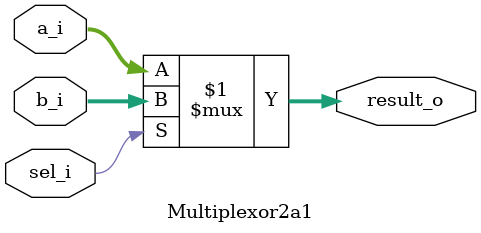
<source format=v>
module Multiplexor2a1 (
		input		[31:0]	a_i,
		input		[31:0]	b_i,
		input					sel_i,
		output	[31:0]	result_o

);

	assign result_o= (sel_i) ? b_i:a_i;
	
endmodule 
</source>
